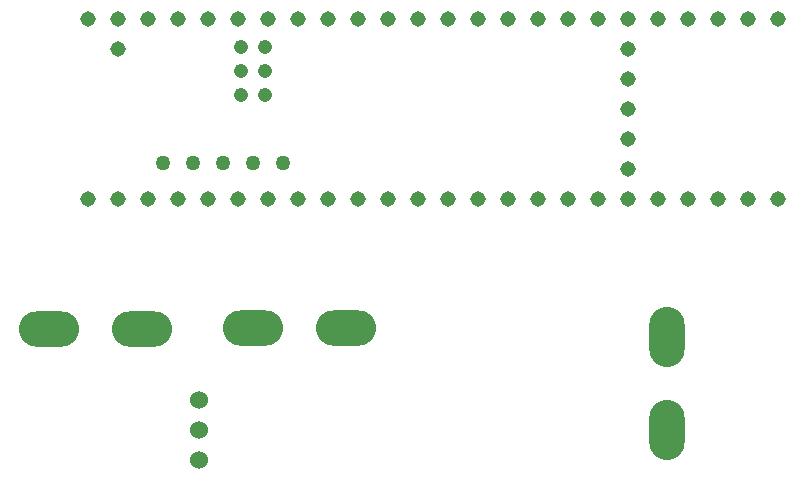
<source format=gbs>
G04 #@! TF.GenerationSoftware,KiCad,Pcbnew,(6.0.8)*
G04 #@! TF.CreationDate,2022-10-20T16:10:57-05:00*
G04 #@! TF.ProjectId,H-Bridge,482d4272-6964-4676-952e-6b696361645f,rev?*
G04 #@! TF.SameCoordinates,Original*
G04 #@! TF.FileFunction,Soldermask,Bot*
G04 #@! TF.FilePolarity,Negative*
%FSLAX46Y46*%
G04 Gerber Fmt 4.6, Leading zero omitted, Abs format (unit mm)*
G04 Created by KiCad (PCBNEW (6.0.8)) date 2022-10-20 16:10:57*
%MOMM*%
%LPD*%
G01*
G04 APERTURE LIST*
%ADD10O,5.100000X3.000000*%
%ADD11C,1.308000*%
%ADD12C,1.258000*%
%ADD13C,1.208000*%
%ADD14C,1.524000*%
%ADD15O,3.000000X5.100000*%
G04 APERTURE END LIST*
D10*
X76708000Y-74232800D03*
X84582000Y-74232800D03*
D11*
X65278000Y-63246000D03*
X67818000Y-63246000D03*
X70358000Y-63246000D03*
X72898000Y-63246000D03*
X98298000Y-63246000D03*
X67818000Y-48006000D03*
X108458000Y-58166000D03*
X75438000Y-63246000D03*
X77978000Y-63246000D03*
D12*
X69088000Y-60196000D03*
D11*
X80518000Y-63246000D03*
X83058000Y-63246000D03*
X85598000Y-63246000D03*
X88138000Y-63246000D03*
X90678000Y-63246000D03*
X93218000Y-63246000D03*
X95758000Y-63246000D03*
X95758000Y-48006000D03*
X93218000Y-48006000D03*
X90678000Y-48006000D03*
X88138000Y-48006000D03*
X85598000Y-48006000D03*
X83058000Y-48006000D03*
X80518000Y-48006000D03*
X77978000Y-48006000D03*
X75438000Y-48006000D03*
X72898000Y-48006000D03*
X70358000Y-48006000D03*
X100838000Y-63246000D03*
X103378000Y-63246000D03*
X105918000Y-63246000D03*
X108458000Y-63246000D03*
X110998000Y-63246000D03*
X113538000Y-63246000D03*
X116078000Y-63246000D03*
X118618000Y-63246000D03*
X121158000Y-63246000D03*
X121158000Y-48006000D03*
X118618000Y-48006000D03*
X116078000Y-48006000D03*
X113538000Y-48006000D03*
X110998000Y-48006000D03*
X108458000Y-48006000D03*
X105918000Y-48006000D03*
X103378000Y-48006000D03*
X100838000Y-48006000D03*
D12*
X74168000Y-60196000D03*
X71628000Y-60196000D03*
D11*
X62738000Y-63246000D03*
X98298000Y-48006000D03*
X65278000Y-48006000D03*
X108458000Y-55626000D03*
D13*
X77708000Y-52456000D03*
X75708000Y-52456000D03*
D11*
X108458000Y-50546000D03*
X108458000Y-53086000D03*
D13*
X75708000Y-50456000D03*
X77708000Y-50456000D03*
X77708000Y-54456000D03*
X75708000Y-54456000D03*
D12*
X76708000Y-60196000D03*
X79248000Y-60196000D03*
D11*
X108458000Y-60706000D03*
X62738000Y-48006000D03*
X65278000Y-50546000D03*
D10*
X59478000Y-74288600D03*
X67352000Y-74288600D03*
D14*
X72136000Y-85344000D03*
X72136000Y-82804000D03*
X72136000Y-80264000D03*
D15*
X111760000Y-74930000D03*
X111760000Y-82804000D03*
M02*

</source>
